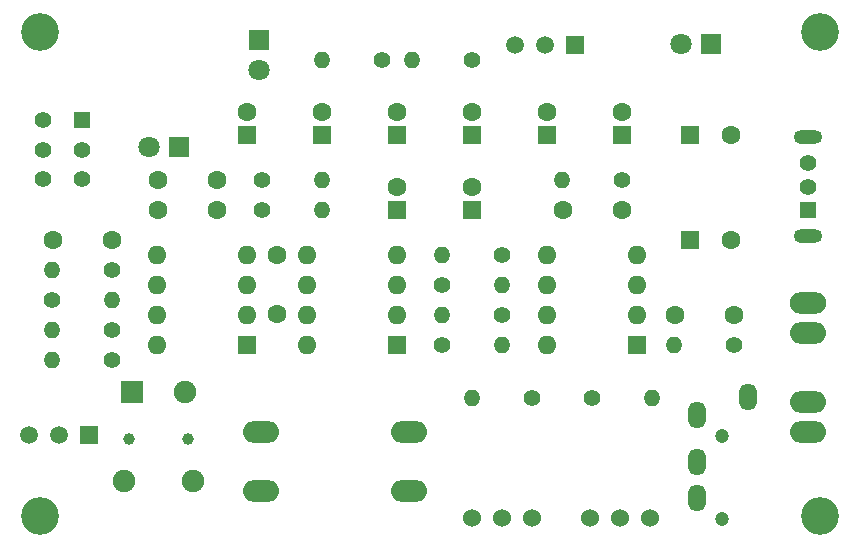
<source format=gts>
G04 #@! TF.GenerationSoftware,KiCad,Pcbnew,(6.0.4)*
G04 #@! TF.CreationDate,2023-12-01T10:37:55+09:00*
G04 #@! TF.ProjectId,ftr105,66747231-3035-42e6-9b69-6361645f7063,Ver.1.1*
G04 #@! TF.SameCoordinates,PX55d4a80PY5f5e100*
G04 #@! TF.FileFunction,Soldermask,Top*
G04 #@! TF.FilePolarity,Negative*
%FSLAX46Y46*%
G04 Gerber Fmt 4.6, Leading zero omitted, Abs format (unit mm)*
G04 Created by KiCad (PCBNEW (6.0.4)) date 2023-12-01 10:37:55*
%MOMM*%
%LPD*%
G01*
G04 APERTURE LIST*
%ADD10O,3.048000X1.850000*%
%ADD11R,1.600000X1.600000*%
%ADD12C,1.600000*%
%ADD13R,1.800000X1.800000*%
%ADD14C,1.800000*%
%ADD15C,1.400000*%
%ADD16O,1.400000X1.400000*%
%ADD17R,1.400000X1.400000*%
%ADD18O,2.400000X1.200000*%
%ADD19C,3.200000*%
%ADD20C,1.524000*%
%ADD21O,1.600000X1.600000*%
%ADD22C,1.200000*%
%ADD23O,1.500000X2.300000*%
%ADD24R,1.500000X1.500000*%
%ADD25C,1.500000*%
%ADD26O,3.084000X1.850000*%
%ADD27C,1.000000*%
%ADD28R,1.900000X1.900000*%
%ADD29C,1.900000*%
G04 APERTURE END LIST*
D10*
X21680000Y5120000D03*
X34180000Y5120000D03*
X21680000Y10120000D03*
X34180000Y10120000D03*
D11*
X58000000Y26340000D03*
D12*
X61500000Y26340000D03*
D13*
X21500000Y43275000D03*
D14*
X21500000Y40735000D03*
D12*
X17950000Y31420000D03*
X12950000Y31420000D03*
D15*
X31920000Y41580000D03*
D16*
X26840000Y41580000D03*
D11*
X58000000Y35230000D03*
D12*
X61500000Y35230000D03*
D11*
X33190000Y28880000D03*
D12*
X33190000Y30880000D03*
X17950000Y28880000D03*
X12950000Y28880000D03*
D15*
X9060000Y18720000D03*
D16*
X3980000Y18720000D03*
D15*
X52240000Y31420000D03*
D16*
X47160000Y31420000D03*
D17*
X68000000Y28880000D03*
D15*
X68000000Y30880000D03*
X68000000Y32880000D03*
D18*
X68000000Y26680000D03*
X68000000Y35080000D03*
D19*
X69000000Y44000000D03*
D15*
X37000000Y22530000D03*
D16*
X42080000Y22530000D03*
D19*
X3000000Y3000000D03*
D20*
X39540000Y2815000D03*
X42080000Y2815000D03*
X44620000Y2815000D03*
D12*
X23030000Y25070000D03*
X23030000Y20070000D03*
D15*
X21760000Y31420000D03*
D16*
X26840000Y31420000D03*
D15*
X3980000Y21260000D03*
D16*
X9060000Y21260000D03*
D15*
X44620000Y13005000D03*
D16*
X39540000Y13005000D03*
D11*
X39540000Y28880000D03*
D12*
X39540000Y30880000D03*
D15*
X61765000Y17450000D03*
D16*
X56685000Y17450000D03*
D11*
X20480000Y17460000D03*
D21*
X20480000Y20000000D03*
X20480000Y22540000D03*
X20480000Y25080000D03*
X12860000Y25080000D03*
X12860000Y22540000D03*
X12860000Y20000000D03*
X12860000Y17460000D03*
D10*
X68000000Y10100000D03*
X68000000Y12640000D03*
D11*
X52240000Y35230000D03*
D12*
X52240000Y37230000D03*
D13*
X59775000Y43000000D03*
D14*
X57235000Y43000000D03*
D15*
X37000000Y17450000D03*
D16*
X42080000Y17450000D03*
D11*
X26840000Y35230000D03*
D12*
X26840000Y37230000D03*
D15*
X21760000Y28880000D03*
D16*
X26840000Y28880000D03*
D15*
X9060000Y23800000D03*
D16*
X3980000Y23800000D03*
D19*
X3000000Y44000000D03*
D13*
X14775000Y34250000D03*
D14*
X12235000Y34250000D03*
D20*
X49573000Y2815000D03*
X52113000Y2815000D03*
X54653000Y2815000D03*
D22*
X60749000Y9740000D03*
X60749000Y2740000D03*
D23*
X62899000Y13040000D03*
X58599000Y4540000D03*
X58599000Y7540000D03*
X58599000Y11540000D03*
D15*
X49700000Y13005000D03*
D16*
X54780000Y13005000D03*
D11*
X53500000Y17460000D03*
D21*
X53500000Y20000000D03*
X53500000Y22540000D03*
X53500000Y25080000D03*
X45880000Y25080000D03*
X45880000Y22540000D03*
X45880000Y20000000D03*
X45880000Y17460000D03*
D19*
X69000000Y3000000D03*
D11*
X45890000Y35230000D03*
D12*
X45890000Y37230000D03*
D24*
X48260000Y42850000D03*
D25*
X45720000Y42850000D03*
X43180000Y42850000D03*
D11*
X33180000Y17460000D03*
D21*
X33180000Y20000000D03*
X33180000Y22540000D03*
X33180000Y25080000D03*
X25560000Y25080000D03*
X25560000Y22540000D03*
X25560000Y20000000D03*
X25560000Y17460000D03*
D12*
X61765000Y19990000D03*
X56765000Y19990000D03*
D11*
X39540000Y35230000D03*
D12*
X39540000Y37230000D03*
X9060000Y26340000D03*
X4060000Y26340000D03*
D15*
X9060000Y16180000D03*
D16*
X3980000Y16180000D03*
D12*
X47240000Y28880000D03*
X52240000Y28880000D03*
D26*
X68000000Y21000000D03*
D10*
X68000000Y18460000D03*
D17*
X6505000Y36500000D03*
D15*
X6505000Y34000000D03*
X6505000Y31500000D03*
X3205000Y36500000D03*
X3205000Y34000000D03*
X3205000Y31500000D03*
X42080000Y25070000D03*
D16*
X37000000Y25070000D03*
D15*
X42080000Y19990000D03*
D16*
X37000000Y19990000D03*
D24*
X7155000Y9830000D03*
D25*
X4615000Y9830000D03*
X2075000Y9830000D03*
D11*
X20490000Y35230000D03*
D12*
X20490000Y37230000D03*
D11*
X33190000Y35230000D03*
D12*
X33190000Y37230000D03*
D27*
X15500000Y9500000D03*
X10500000Y9500000D03*
D28*
X10750000Y13500000D03*
D29*
X15250000Y13500000D03*
X15900000Y6000000D03*
X10100000Y6000000D03*
D15*
X39540000Y41580000D03*
D16*
X34460000Y41580000D03*
M02*

</source>
